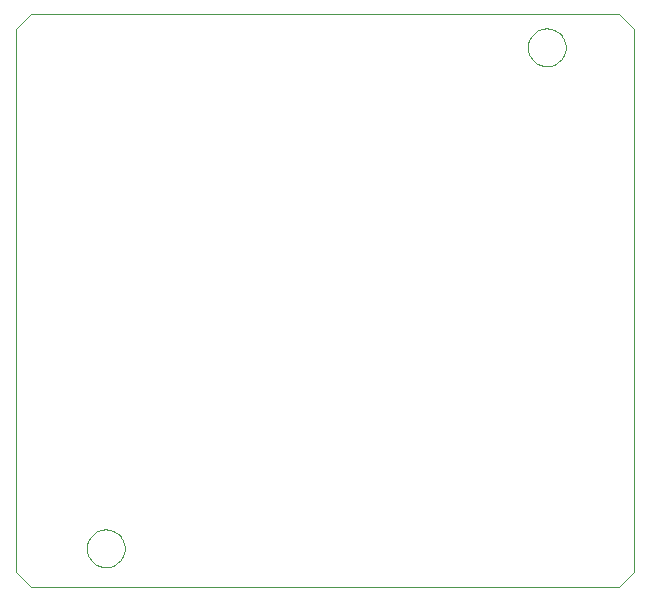
<source format=gm1>
G75*
G70*
%OFA0B0*%
%FSLAX24Y24*%
%IPPOS*%
%LPD*%
%AMOC8*
5,1,8,0,0,1.08239X$1,22.5*
%
%ADD10C,0.0020*%
%ADD11C,0.0000*%
D10*
X006460Y004893D02*
X006460Y022993D01*
X006960Y023493D01*
X026560Y023493D01*
X027060Y022993D01*
X027060Y004893D01*
X026560Y004393D01*
X006960Y004393D01*
X006460Y004893D01*
D11*
X008830Y005693D02*
X008832Y005743D01*
X008838Y005793D01*
X008848Y005842D01*
X008862Y005890D01*
X008879Y005937D01*
X008900Y005982D01*
X008925Y006026D01*
X008953Y006067D01*
X008985Y006106D01*
X009019Y006143D01*
X009056Y006177D01*
X009096Y006207D01*
X009138Y006234D01*
X009182Y006258D01*
X009228Y006279D01*
X009275Y006295D01*
X009323Y006308D01*
X009373Y006317D01*
X009422Y006322D01*
X009473Y006323D01*
X009523Y006320D01*
X009572Y006313D01*
X009621Y006302D01*
X009669Y006287D01*
X009715Y006269D01*
X009760Y006247D01*
X009803Y006221D01*
X009844Y006192D01*
X009883Y006160D01*
X009919Y006125D01*
X009951Y006087D01*
X009981Y006047D01*
X010008Y006004D01*
X010031Y005960D01*
X010050Y005914D01*
X010066Y005866D01*
X010078Y005817D01*
X010086Y005768D01*
X010090Y005718D01*
X010090Y005668D01*
X010086Y005618D01*
X010078Y005569D01*
X010066Y005520D01*
X010050Y005472D01*
X010031Y005426D01*
X010008Y005382D01*
X009981Y005339D01*
X009951Y005299D01*
X009919Y005261D01*
X009883Y005226D01*
X009844Y005194D01*
X009803Y005165D01*
X009760Y005139D01*
X009715Y005117D01*
X009669Y005099D01*
X009621Y005084D01*
X009572Y005073D01*
X009523Y005066D01*
X009473Y005063D01*
X009422Y005064D01*
X009373Y005069D01*
X009323Y005078D01*
X009275Y005091D01*
X009228Y005107D01*
X009182Y005128D01*
X009138Y005152D01*
X009096Y005179D01*
X009056Y005209D01*
X009019Y005243D01*
X008985Y005280D01*
X008953Y005319D01*
X008925Y005360D01*
X008900Y005404D01*
X008879Y005449D01*
X008862Y005496D01*
X008848Y005544D01*
X008838Y005593D01*
X008832Y005643D01*
X008830Y005693D01*
X023530Y022393D02*
X023532Y022443D01*
X023538Y022493D01*
X023548Y022542D01*
X023562Y022590D01*
X023579Y022637D01*
X023600Y022682D01*
X023625Y022726D01*
X023653Y022767D01*
X023685Y022806D01*
X023719Y022843D01*
X023756Y022877D01*
X023796Y022907D01*
X023838Y022934D01*
X023882Y022958D01*
X023928Y022979D01*
X023975Y022995D01*
X024023Y023008D01*
X024073Y023017D01*
X024122Y023022D01*
X024173Y023023D01*
X024223Y023020D01*
X024272Y023013D01*
X024321Y023002D01*
X024369Y022987D01*
X024415Y022969D01*
X024460Y022947D01*
X024503Y022921D01*
X024544Y022892D01*
X024583Y022860D01*
X024619Y022825D01*
X024651Y022787D01*
X024681Y022747D01*
X024708Y022704D01*
X024731Y022660D01*
X024750Y022614D01*
X024766Y022566D01*
X024778Y022517D01*
X024786Y022468D01*
X024790Y022418D01*
X024790Y022368D01*
X024786Y022318D01*
X024778Y022269D01*
X024766Y022220D01*
X024750Y022172D01*
X024731Y022126D01*
X024708Y022082D01*
X024681Y022039D01*
X024651Y021999D01*
X024619Y021961D01*
X024583Y021926D01*
X024544Y021894D01*
X024503Y021865D01*
X024460Y021839D01*
X024415Y021817D01*
X024369Y021799D01*
X024321Y021784D01*
X024272Y021773D01*
X024223Y021766D01*
X024173Y021763D01*
X024122Y021764D01*
X024073Y021769D01*
X024023Y021778D01*
X023975Y021791D01*
X023928Y021807D01*
X023882Y021828D01*
X023838Y021852D01*
X023796Y021879D01*
X023756Y021909D01*
X023719Y021943D01*
X023685Y021980D01*
X023653Y022019D01*
X023625Y022060D01*
X023600Y022104D01*
X023579Y022149D01*
X023562Y022196D01*
X023548Y022244D01*
X023538Y022293D01*
X023532Y022343D01*
X023530Y022393D01*
M02*

</source>
